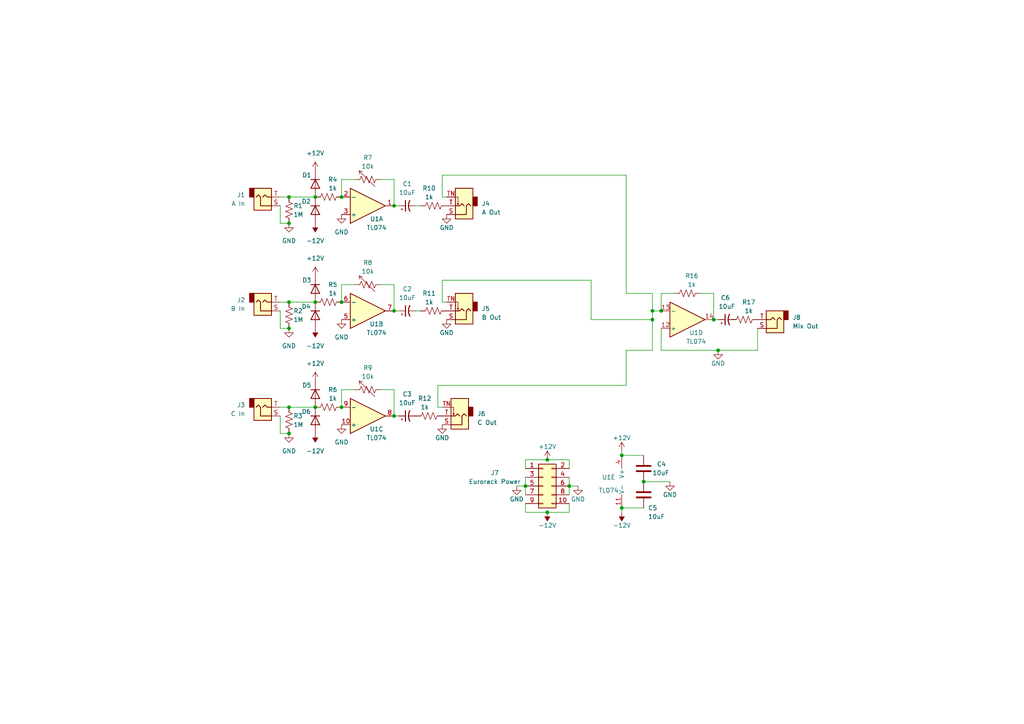
<source format=kicad_sch>
(kicad_sch (version 20211123) (generator eeschema)
  (paper "A4")
  (lib_symbols
    (symbol "Amplifier_Operational:TL074" (pin_names (offset 0.127))
      (property "Reference" "U" (at 0 5.08 0))
      (property "Value" "TL074" (at 0 -5.08 0))
      (symbol "TL074_1_1"
        (polyline (pts (xy -5.08 5.08) (xy 5.08 0) (xy -5.08 -5.08) (xy -5.08 5.08)) (stroke (width 0.254)) (fill (type background)))
        (pin output line (at 7.62 0 180) (length 2.54) (name "~") (number "1"))
        (pin input line (at -7.62 -2.54 0) (length 2.54) (name "-") (number "2"))
        (pin input line (at -7.62 2.54 0) (length 2.54) (name "+") (number "3"))
      )
      (symbol "TL074_2_1"
        (polyline (pts (xy -5.08 5.08) (xy 5.08 0) (xy -5.08 -5.08) (xy -5.08 5.08)) (stroke (width 0.254)) (fill (type background)))
        (pin input line (at -7.62 2.54 0) (length 2.54) (name "+") (number "5"))
        (pin input line (at -7.62 -2.54 0) (length 2.54) (name "-") (number "6"))
        (pin output line (at 7.62 0 180) (length 2.54) (name "~") (number "7"))
      )
      (symbol "TL074_3_1"
        (polyline (pts (xy -5.08 5.08) (xy 5.08 0) (xy -5.08 -5.08) (xy -5.08 5.08)) (stroke (width 0.254)) (fill (type background)))
        (pin input line (at -7.62 2.54 0) (length 2.54) (name "+") (number "10"))
        (pin output line (at 7.62 0 180) (length 2.54) (name "~") (number "8"))
        (pin input line (at -7.62 -2.54 0) (length 2.54) (name "-") (number "9"))
      )
      (symbol "TL074_4_1"
        (polyline (pts (xy -5.08 5.08) (xy 5.08 0) (xy -5.08 -5.08) (xy -5.08 5.08)) (stroke (width 0.254)) (fill (type background)))
        (pin input line (at -7.62 2.54 0) (length 2.54) (name "+") (number "12"))
        (pin input line (at -7.62 -2.54 0) (length 2.54) (name "-") (number "13"))
        (pin output line (at 7.62 0 180) (length 2.54) (name "~") (number "14"))
      )
      (symbol "TL074_5_1"
        (pin power_in line (at -2.54 -7.62 90) (length 3.81) (name "V-") (number "11"))
        (pin power_in line (at -2.54 7.62 270) (length 3.81) (name "V+") (number "4"))
      )
    )
    (symbol "Connector:AudioJack2"
      (property "Reference" "J" (at 0 8.89 0))
      (property "Value" "AudioJack2" (at 0 6.35 0))
      (symbol "AudioJack2_0_1"
        (rectangle (start -3.81 0) (end -2.54 -2.54) (stroke (width 0.254)) (fill (type outline)))
        (rectangle (start -2.54 3.81) (end 2.54 -2.54) (stroke (width 0.254)) (fill (type background)))
        (polyline (pts (xy 0 0) (xy 0.635 -0.635) (xy 1.27 0) (xy 2.54 0)) (stroke (width 0.254)))
        (polyline (pts (xy 2.54 2.54) (xy -0.635 2.54) (xy -0.635 0) (xy -1.27 -0.635) (xy -1.905 0)) (stroke (width 0.254)))
      )
      (symbol "AudioJack2_1_1"
        (pin passive line (at 5.08 2.54 180) (length 2.54) (name "~") (number "S"))
        (pin passive line (at 5.08 0 180) (length 2.54) (name "~") (number "T"))
      )
    )
    (symbol "Connector:AudioJack2_SwitchT"
      (property "Reference" "J" (at 0 8.89 0))
      (property "Value" "AudioJack2_SwitchT" (at 0 6.35 0))
      (symbol "AudioJack2_SwitchT_0_1"
        (rectangle (start -2.54 0) (end -3.81 -2.54) (stroke (width 0.254)) (fill (type outline)))
        (polyline (pts (xy 1.778 -0.254) (xy 2.032 -0.762)))
        (polyline (pts (xy 0 0) (xy 0.635 -0.635) (xy 1.27 0) (xy 2.54 0)) (stroke (width 0.254)))
        (polyline (pts (xy 2.54 -2.54) (xy 1.778 -2.54) (xy 1.778 -0.254) (xy 1.524 -0.762)))
        (polyline (pts (xy 2.54 2.54) (xy -0.635 2.54) (xy -0.635 0) (xy -1.27 -0.635) (xy -1.905 0)) (stroke (width 0.254)))
        (rectangle (start 2.54 3.81) (end -2.54 -5.08) (stroke (width 0.254)) (fill (type background)))
      )
      (symbol "AudioJack2_SwitchT_1_1"
        (pin passive line (at 5.08 2.54 180) (length 2.54) (name "~") (number "S"))
        (pin passive line (at 5.08 0 180) (length 2.54) (name "~") (number "T"))
        (pin passive line (at 5.08 -2.54 180) (length 2.54) (name "~") (number "TN"))
      )
    )
    (symbol "Connector_Generic:Conn_02x05_Odd_Even" (pin_names (offset 1.016) hide)
      (property "Reference" "J" (at 1.27 7.62 0))
      (property "Value" "Conn_02x05_Odd_Even" (at 1.27 -7.62 0))
      (symbol "Conn_02x05_Odd_Even_1_1"
        (rectangle (start -1.27 -4.953) (end 0 -5.207) (stroke (width 0.1524)))
        (rectangle (start -1.27 -2.413) (end 0 -2.667) (stroke (width 0.1524)))
        (rectangle (start -1.27 0.127) (end 0 -0.127) (stroke (width 0.1524)))
        (rectangle (start -1.27 2.667) (end 0 2.413) (stroke (width 0.1524)))
        (rectangle (start -1.27 5.207) (end 0 4.953) (stroke (width 0.1524)))
        (rectangle (start -1.27 6.35) (end 3.81 -6.35) (stroke (width 0.254)) (fill (type background)))
        (rectangle (start 3.81 -4.953) (end 2.54 -5.207) (stroke (width 0.1524)))
        (rectangle (start 3.81 -2.413) (end 2.54 -2.667) (stroke (width 0.1524)))
        (rectangle (start 3.81 0.127) (end 2.54 -0.127) (stroke (width 0.1524)))
        (rectangle (start 3.81 2.667) (end 2.54 2.413) (stroke (width 0.1524)))
        (rectangle (start 3.81 5.207) (end 2.54 4.953) (stroke (width 0.1524)))
        (pin passive line (at -5.08 5.08 0) (length 3.81) (name "Pin_1") (number "1"))
        (pin passive line (at 7.62 -5.08 180) (length 3.81) (name "Pin_10") (number "10"))
        (pin passive line (at 7.62 5.08 180) (length 3.81) (name "Pin_2") (number "2"))
        (pin passive line (at -5.08 2.54 0) (length 3.81) (name "Pin_3") (number "3"))
        (pin passive line (at 7.62 2.54 180) (length 3.81) (name "Pin_4") (number "4"))
        (pin passive line (at -5.08 0 0) (length 3.81) (name "Pin_5") (number "5"))
        (pin passive line (at 7.62 0 180) (length 3.81) (name "Pin_6") (number "6"))
        (pin passive line (at -5.08 -2.54 0) (length 3.81) (name "Pin_7") (number "7"))
        (pin passive line (at 7.62 -2.54 180) (length 3.81) (name "Pin_8") (number "8"))
        (pin passive line (at -5.08 -5.08 0) (length 3.81) (name "Pin_9") (number "9"))
      )
    )
    (symbol "Device:C" (pin_numbers hide) (pin_names (offset 0.254))
      (property "Reference" "C" (at 0.635 2.54 0))
      (property "Value" "C" (at 0.635 -2.54 0))
      (symbol "C_0_1"
        (polyline (pts (xy -2.032 -0.762) (xy 2.032 -0.762)) (stroke (width 0.508)))
        (polyline (pts (xy -2.032 0.762) (xy 2.032 0.762)) (stroke (width 0.508)))
      )
      (symbol "C_1_1"
        (pin passive line (at 0 3.81 270) (length 2.794) (name "~") (number "1"))
        (pin passive line (at 0 -3.81 90) (length 2.794) (name "~") (number "2"))
      )
    )
    (symbol "Device:C_Polarized_Small_US" (pin_numbers hide) (pin_names (offset 0.254) hide)
      (property "Reference" "C" (at 0.254 1.778 0))
      (property "Value" "C_Polarized_Small_US" (at 0.254 -2.032 0))
      (symbol "C_Polarized_Small_US_0_1"
        (polyline (pts (xy -1.524 0.508) (xy 1.524 0.508)) (stroke (width 0.3048)))
        (polyline (pts (xy -1.27 1.524) (xy -0.762 1.524)))
        (polyline (pts (xy -1.016 1.27) (xy -1.016 1.778)))
        (arc (start 1.524 -0.762) (mid 0 -0.3734) (end -1.524 -0.762) (stroke (width 0.3048)))
      )
      (symbol "C_Polarized_Small_US_1_1"
        (pin passive line (at 0 2.54 270) (length 2.032) (name "~") (number "1"))
        (pin passive line (at 0 -2.54 90) (length 2.032) (name "~") (number "2"))
      )
    )
    (symbol "Device:D" (pin_numbers hide) (pin_names (offset 1.016) hide)
      (property "Reference" "D" (at 0 2.54 0))
      (property "Value" "D" (at 0 -2.54 0))
      (symbol "D_0_1"
        (polyline (pts (xy -1.27 1.27) (xy -1.27 -1.27)) (stroke (width 0.254)))
        (polyline (pts (xy 1.27 0) (xy -1.27 0)))
        (polyline (pts (xy 1.27 1.27) (xy 1.27 -1.27) (xy -1.27 0) (xy 1.27 1.27)) (stroke (width 0.254)))
      )
      (symbol "D_1_1"
        (pin passive line (at -3.81 0 0) (length 2.54) (name "K") (number "1"))
        (pin passive line (at 3.81 0 180) (length 2.54) (name "A") (number "2"))
      )
    )
    (symbol "Device:R_US" (pin_numbers hide) (pin_names (offset 0))
      (property "Reference" "R" (at 2.54 0 90))
      (property "Value" "R_US" (at -2.54 0 90))
      (symbol "R_US_0_1"
        (polyline (pts (xy 0 -2.286) (xy 0 -2.54)))
        (polyline (pts (xy 0 2.286) (xy 0 2.54)))
        (polyline (pts (xy 0 -0.762) (xy 1.016 -1.143) (xy 0 -1.524) (xy -1.016 -1.905) (xy 0 -2.286)))
        (polyline (pts (xy 0 0.762) (xy 1.016 0.381) (xy 0 0) (xy -1.016 -0.381) (xy 0 -0.762)))
        (polyline (pts (xy 0 2.286) (xy 1.016 1.905) (xy 0 1.524) (xy -1.016 1.143) (xy 0 0.762)))
      )
      (symbol "R_US_1_1"
        (pin passive line (at 0 3.81 270) (length 1.27) (name "~") (number "1"))
        (pin passive line (at 0 -3.81 90) (length 1.27) (name "~") (number "2"))
      )
    )
    (symbol "Device:R_Variable_US" (pin_numbers hide) (pin_names (offset 0))
      (property "Reference" "R" (at 2.54 -2.54 90))
      (property "Value" "R_Variable_US" (at -2.54 -1.27 90))
      (symbol "R_Variable_US_0_1"
        (polyline (pts (xy 0 -2.286) (xy 0 -2.54)))
        (polyline (pts (xy 0 2.286) (xy 0 2.54)))
        (polyline (pts (xy 0 -0.762) (xy 1.016 -1.143) (xy 0 -1.524) (xy -1.016 -1.905) (xy 0 -2.286)))
        (polyline (pts (xy 0 0.762) (xy 1.016 0.381) (xy 0 0) (xy -1.016 -0.381) (xy 0 -0.762)))
        (polyline (pts (xy 0 2.286) (xy 1.016 1.905) (xy 0 1.524) (xy -1.016 1.143) (xy 0 0.762)) (stroke (width 0.1524)))
        (polyline (pts (xy 2.286 1.524) (xy 2.54 2.54) (xy 1.524 2.286) (xy 2.54 2.54) (xy -2.032 -2.032)) (stroke (width 0.1524)))
      )
      (symbol "R_Variable_US_1_1"
        (pin passive line (at 0 3.81 270) (length 1.27) (name "~") (number "1"))
        (pin passive line (at 0 -3.81 90) (length 1.27) (name "~") (number "2"))
      )
    )
    (symbol "power:+12V" (power) (pin_names (offset 0))
      (property "Value" "+12V" (at 0 3.556 0))
      (symbol "+12V_0_1"
        (polyline (pts (xy -0.762 1.27) (xy 0 2.54)))
        (polyline (pts (xy 0 0) (xy 0 2.54)))
        (polyline (pts (xy 0 2.54) (xy 0.762 1.27)))
      )
      (symbol "+12V_1_1"
        (pin power_in line (at 0 0 90) (length 0) hide (name "+12V") (number "1"))
      )
    )
    (symbol "power:-12V" (power) (pin_names (offset 0))
      (property "Value" "-12V" (at 0 3.81 0))
      (symbol "-12V_0_0"
        (pin power_in line (at 0 0 90) (length 0) hide (name "-12V") (number "1"))
      )
      (symbol "-12V_0_1"
        (polyline (pts (xy 0 0) (xy 0 1.27) (xy 0.762 1.27) (xy 0 2.54) (xy -0.762 1.27) (xy 0 1.27)) (fill (type outline)))
      )
    )
    (symbol "power:GND" (power) (pin_names (offset 0))
      (property "Value" "GND" (at 0 -3.81 0))
      (symbol "GND_0_1"
        (polyline (pts (xy 0 0) (xy 0 -1.27) (xy 1.27 -1.27) (xy 0 -2.54) (xy -1.27 -1.27) (xy 0 -1.27)))
      )
      (symbol "GND_1_1"
        (pin power_in line (at 0 0 270) (length 0) hide (name "GND") (number "1"))
      )
    )
  )
  (junction (at 91.44 87.63))
  (junction (at 158.75 148.59))
  (junction (at 180.34 132.08))
  (junction (at 114.3 120.65))
  (junction (at 186.69 139.7))
  (junction (at 165.1 140.97))
  (junction (at 91.44 118.11))
  (junction (at 83.82 95.25))
  (junction (at 114.3 90.17))
  (junction (at 208.28 101.6))
  (junction (at 83.82 64.77))
  (junction (at 83.82 57.15))
  (junction (at 191.77 90.17))
  (junction (at 158.75 133.35))
  (junction (at 180.34 147.32))
  (junction (at 91.44 57.15))
  (junction (at 99.06 57.15))
  (junction (at 152.4 140.97))
  (junction (at 99.06 87.63))
  (junction (at 207.01 92.71))
  (junction (at 99.06 118.11))
  (junction (at 189.23 92.71))
  (junction (at 189.23 90.17))
  (junction (at 83.82 125.73))
  (junction (at 114.3 59.69))
  (junction (at 83.82 118.11))
  (junction (at 83.82 87.63))
  (wire (pts (xy 152.4 146.05) (xy 152.4 148.59)))
  (wire (pts (xy 128.27 57.15) (xy 128.27 50.8)))
  (wire (pts (xy 121.92 59.69) (xy 120.65 59.69)))
  (wire (pts (xy 208.28 92.71) (xy 207.01 92.71)))
  (wire (pts (xy 128.27 50.8) (xy 181.61 50.8)))
  (wire (pts (xy 81.28 95.25) (xy 83.82 95.25)))
  (wire (pts (xy 152.4 140.97) (xy 152.4 143.51)))
  (wire (pts (xy 81.28 90.17) (xy 81.28 95.25)))
  (wire (pts (xy 165.1 138.43) (xy 165.1 140.97)))
  (wire (pts (xy 152.4 138.43) (xy 152.4 140.97)))
  (wire (pts (xy 128.27 81.28) (xy 171.45 81.28)))
  (wire (pts (xy 191.77 85.09) (xy 191.77 90.17)))
  (wire (pts (xy 191.77 95.25) (xy 191.77 101.6)))
  (wire (pts (xy 158.75 133.35) (xy 165.1 133.35)))
  (wire (pts (xy 114.3 90.17) (xy 114.3 82.55)))
  (wire (pts (xy 128.27 87.63) (xy 128.27 81.28)))
  (wire (pts (xy 127 111.76) (xy 181.61 111.76)))
  (wire (pts (xy 158.75 148.59) (xy 165.1 148.59)))
  (wire (pts (xy 99.06 52.07) (xy 99.06 57.15)))
  (wire (pts (xy 99.06 113.03) (xy 99.06 118.11)))
  (wire (pts (xy 152.4 148.59) (xy 158.75 148.59)))
  (wire (pts (xy 189.23 85.09) (xy 189.23 90.17)))
  (wire (pts (xy 128.27 57.15) (xy 129.54 57.15)))
  (wire (pts (xy 189.23 92.71) (xy 189.23 101.6)))
  (wire (pts (xy 81.28 87.63) (xy 83.82 87.63)))
  (wire (pts (xy 167.64 140.97) (xy 165.1 140.97)))
  (wire (pts (xy 213.36 92.71) (xy 212.09 92.71)))
  (wire (pts (xy 180.34 130.81) (xy 180.34 132.08)))
  (wire (pts (xy 81.28 118.11) (xy 83.82 118.11)))
  (wire (pts (xy 219.71 95.25) (xy 219.71 101.6)))
  (wire (pts (xy 127 118.11) (xy 127 111.76)))
  (wire (pts (xy 191.77 101.6) (xy 208.28 101.6)))
  (wire (pts (xy 102.87 113.03) (xy 99.06 113.03)))
  (wire (pts (xy 181.61 85.09) (xy 181.61 50.8)))
  (wire (pts (xy 114.3 82.55) (xy 110.49 82.55)))
  (wire (pts (xy 115.57 120.65) (xy 114.3 120.65)))
  (wire (pts (xy 219.71 101.6) (xy 208.28 101.6)))
  (wire (pts (xy 189.23 90.17) (xy 189.23 92.71)))
  (wire (pts (xy 81.28 59.69) (xy 81.28 64.77)))
  (wire (pts (xy 121.92 90.17) (xy 120.65 90.17)))
  (wire (pts (xy 171.45 81.28) (xy 171.45 92.71)))
  (wire (pts (xy 165.1 140.97) (xy 165.1 143.51)))
  (wire (pts (xy 186.69 139.7) (xy 194.31 139.7)))
  (wire (pts (xy 171.45 92.71) (xy 189.23 92.71)))
  (wire (pts (xy 115.57 59.69) (xy 114.3 59.69)))
  (wire (pts (xy 152.4 133.35) (xy 158.75 133.35)))
  (wire (pts (xy 114.3 52.07) (xy 110.49 52.07)))
  (wire (pts (xy 181.61 101.6) (xy 189.23 101.6)))
  (wire (pts (xy 189.23 90.17) (xy 191.77 90.17)))
  (wire (pts (xy 165.1 133.35) (xy 165.1 135.89)))
  (wire (pts (xy 181.61 85.09) (xy 189.23 85.09)))
  (wire (pts (xy 149.86 140.97) (xy 152.4 140.97)))
  (wire (pts (xy 83.82 57.15) (xy 91.44 57.15)))
  (wire (pts (xy 102.87 82.55) (xy 99.06 82.55)))
  (wire (pts (xy 114.3 59.69) (xy 114.3 52.07)))
  (wire (pts (xy 180.34 147.32) (xy 186.69 147.32)))
  (wire (pts (xy 81.28 57.15) (xy 83.82 57.15)))
  (wire (pts (xy 128.27 87.63) (xy 129.54 87.63)))
  (wire (pts (xy 195.58 85.09) (xy 191.77 85.09)))
  (wire (pts (xy 81.28 125.73) (xy 83.82 125.73)))
  (wire (pts (xy 83.82 87.63) (xy 91.44 87.63)))
  (wire (pts (xy 99.06 82.55) (xy 99.06 87.63)))
  (wire (pts (xy 207.01 85.09) (xy 207.01 92.71)))
  (wire (pts (xy 165.1 148.59) (xy 165.1 146.05)))
  (wire (pts (xy 81.28 64.77) (xy 83.82 64.77)))
  (wire (pts (xy 181.61 111.76) (xy 181.61 101.6)))
  (wire (pts (xy 203.2 85.09) (xy 207.01 85.09)))
  (wire (pts (xy 180.34 132.08) (xy 186.69 132.08)))
  (wire (pts (xy 180.34 147.32) (xy 180.34 148.59)))
  (wire (pts (xy 152.4 135.89) (xy 152.4 133.35)))
  (wire (pts (xy 114.3 120.65) (xy 114.3 113.03)))
  (wire (pts (xy 127 118.11) (xy 128.27 118.11)))
  (wire (pts (xy 114.3 113.03) (xy 110.49 113.03)))
  (wire (pts (xy 102.87 52.07) (xy 99.06 52.07)))
  (wire (pts (xy 81.28 120.65) (xy 81.28 125.73)))
  (wire (pts (xy 115.57 90.17) (xy 114.3 90.17)))
  (wire (pts (xy 83.82 118.11) (xy 91.44 118.11)))
  (symbol (lib_id "Connector:AudioJack2") (at 76.2 87.63 0) (mirror x) (unit 1)
    (property "Reference" "J2" (at 71.12 86.9949 0) (effects (justify right)))
    (property "Value" "B In" (at 71.12 89.5349 0) (effects (justify right)))
    (property "Footprint" "Connector_Audio:Jack_3.5mm_QingPu_WQP-PJ398SM_Vertical_CircularHoles" (effects hide))
  )
  (symbol (lib_id "Connector:AudioJack2") (at 76.2 57.15 0) (mirror x) (unit 1)
    (property "Reference" "J1" (at 71.12 56.5149 0) (effects (justify right)))
    (property "Value" "A In" (at 71.12 59.0549 0) (effects (justify right)))
    (property "Footprint" "Connector_Audio:Jack_3.5mm_QingPu_WQP-PJ398SM_Vertical_CircularHoles" (effects hide))
  )
  (symbol (lib_id "Device:C_Polarized_Small_US") (at 118.11 90.17 90) (unit 1)
    (property "Reference" "C2" (at 118.11 83.82 90))
    (property "Value" "10uF" (at 118.11 86.36 90))
    (property "Footprint" "Capacitor_THT:CP_Radial_D4.0mm_P1.50mm" (effects hide))
  )
  (symbol (lib_id "power:+12V") (at 158.75 133.35 0) (unit 1)
    (property "Reference" "#PWR0125" (effects hide))
    (property "Value" "+12V" (at 158.75 129.54 0))
  )
  (symbol (lib_id "Amplifier_Operational:TL074") (at 106.68 90.17 0) (mirror x) (unit 2)
    (property "Reference" "U1" (at 109.22 93.98 0))
    (property "Value" "TL074" (at 109.22 96.52 0))
    (property "Footprint" "Package_DIP:DIP-14_W7.62mm" (effects hide))
    (property "Datasheet" "http://www.ti.com/lit/ds/symlink/tl071.pdf" (effects hide))
  )
  (symbol (lib_id "Device:D") (at 91.44 91.44 270) (unit 1)
    (property "Reference" "D4" (at 90.17 88.9 90) (effects (justify right)))
    (property "Value" "D" (effects hide))
    (property "Footprint" "Diode_THT:D_A-405_P7.62mm_Horizontal" (effects hide))
  )
  (symbol (lib_id "power:+12V") (at 91.44 80.01 0) (unit 1)
    (property "Reference" "#PWR0108" (effects hide))
    (property "Value" "+12V" (at 91.44 74.93 0))
  )
  (symbol (lib_id "Amplifier_Operational:TL074") (at 106.68 59.69 0) (mirror x) (unit 1)
    (property "Reference" "U1" (at 109.22 63.5 0))
    (property "Value" "TL074" (at 109.22 66.04 0))
    (property "Footprint" "Package_DIP:DIP-14_W7.62mm" (effects hide))
    (property "Datasheet" "http://www.ti.com/lit/ds/symlink/tl071.pdf" (effects hide))
  )
  (symbol (lib_id "Connector:AudioJack2") (at 76.2 118.11 0) (mirror x) (unit 1)
    (property "Reference" "J3" (at 71.12 117.4749 0) (effects (justify right)))
    (property "Value" "C In" (at 71.12 120.0149 0) (effects (justify right)))
    (property "Footprint" "Connector_Audio:Jack_3.5mm_QingPu_WQP-PJ398SM_Vertical_CircularHoles" (effects hide))
  )
  (symbol (lib_id "power:GND") (at 99.06 123.19 0) (unit 1)
    (property "Reference" "#PWR0103" (effects hide))
    (property "Value" "GND" (at 99.06 128.27 0))
  )
  (symbol (lib_id "power:GND") (at 129.54 62.23 0) (unit 1)
    (property "Reference" "#PWR0106" (effects hide))
    (property "Value" "GND" (at 129.54 66.04 0))
  )
  (symbol (lib_id "power:GND") (at 99.06 62.23 0) (unit 1)
    (property "Reference" "#PWR0110" (effects hide))
    (property "Value" "GND" (at 99.06 67.31 0))
  )
  (symbol (lib_id "Device:C") (at 186.69 143.51 180) (unit 1)
    (property "Reference" "C5" (at 187.96 147.32 0) (effects (justify right)))
    (property "Value" "10uF" (at 187.96 149.86 0) (effects (justify right)))
    (property "Footprint" "Capacitor_THT:C_Rect_L10.0mm_W2.5mm_P7.50mm_MKS4" (effects hide))
  )
  (symbol (lib_id "Connector:AudioJack2_SwitchT") (at 134.62 59.69 180) (unit 1)
    (property "Reference" "J4" (at 139.7 59.0549 0) (effects (justify right)))
    (property "Value" "A Out" (at 139.7 61.5949 0) (effects (justify right)))
    (property "Footprint" "Connector_Audio:Jack_3.5mm_QingPu_WQP-PJ398SM_Vertical_CircularHoles" (effects hide))
  )
  (symbol (lib_id "Device:R_US") (at 83.82 121.92 180) (unit 1)
    (property "Reference" "R3" (at 85.09 120.65 0) (effects (justify right)))
    (property "Value" "1M" (at 85.09 123.19 0) (effects (justify right)))
    (property "Footprint" "Resistor_THT:R_Axial_DIN0204_L3.6mm_D1.6mm_P1.90mm_Vertical" (effects hide))
  )
  (symbol (lib_id "power:GND") (at 194.31 139.7 0) (unit 1)
    (property "Reference" "#PWR0117" (effects hide))
    (property "Value" "GND" (at 194.31 143.51 0))
  )
  (symbol (lib_id "Device:R_US") (at 125.73 59.69 90) (unit 1)
    (property "Reference" "R10" (at 124.46 54.61 90))
    (property "Value" "1k" (at 124.46 57.15 90))
    (property "Footprint" "Resistor_THT:R_Axial_DIN0204_L3.6mm_D1.6mm_P1.90mm_Vertical" (effects hide))
  )
  (symbol (lib_id "Device:R_US") (at 95.25 87.63 90) (unit 1)
    (property "Reference" "R5" (at 96.52 82.55 90))
    (property "Value" "1k" (at 96.52 85.09 90))
    (property "Footprint" "Resistor_THT:R_Axial_DIN0204_L3.6mm_D1.6mm_P1.90mm_Vertical" (effects hide))
  )
  (symbol (lib_id "power:GND") (at 128.27 123.19 0) (unit 1)
    (property "Reference" "#PWR0104" (effects hide))
    (property "Value" "GND" (at 128.27 127 0))
  )
  (symbol (lib_id "Device:R_US") (at 199.39 85.09 90) (unit 1)
    (property "Reference" "R16" (at 200.66 80.01 90))
    (property "Value" "1k" (at 200.66 82.55 90))
    (property "Footprint" "Resistor_THT:R_Axial_DIN0204_L3.6mm_D1.6mm_P1.90mm_Vertical" (effects hide))
  )
  (symbol (lib_id "power:-12V") (at 91.44 64.77 0) (mirror x) (unit 1)
    (property "Reference" "#PWR0109" (effects hide))
    (property "Value" "-12V" (at 91.44 69.85 0))
  )
  (symbol (lib_id "power:GND") (at 83.82 64.77 0) (unit 1)
    (property "Reference" "#PWR0111" (effects hide))
    (property "Value" "GND" (at 83.82 69.85 0))
  )
  (symbol (lib_id "Device:C") (at 186.69 135.89 0) (unit 1)
    (property "Reference" "C4" (at 190.5 134.62 0) (effects (justify left)))
    (property "Value" "10uF" (at 189.23 137.16 0) (effects (justify left)))
    (property "Footprint" "Capacitor_THT:C_Rect_L10.0mm_W2.5mm_P7.50mm_MKS4" (effects hide))
  )
  (symbol (lib_id "power:GND") (at 83.82 125.73 0) (unit 1)
    (property "Reference" "#PWR0114" (effects hide))
    (property "Value" "GND" (at 83.82 130.81 0))
  )
  (symbol (lib_id "Device:R_US") (at 95.25 118.11 90) (unit 1)
    (property "Reference" "R6" (at 96.52 113.03 90))
    (property "Value" "1k" (at 96.52 115.57 90))
    (property "Footprint" "Resistor_THT:R_Axial_DIN0204_L3.6mm_D1.6mm_P1.90mm_Vertical" (effects hide))
  )
  (symbol (lib_id "Device:R_US") (at 215.9 92.71 90) (unit 1)
    (property "Reference" "R17" (at 217.17 87.63 90))
    (property "Value" "1k" (at 217.17 90.17 90))
    (property "Footprint" "Resistor_THT:R_Axial_DIN0204_L3.6mm_D1.6mm_P1.90mm_Vertical" (effects hide))
  )
  (symbol (lib_id "Device:R_Variable_US") (at 106.68 113.03 90) (unit 1)
    (property "Reference" "R9" (at 106.68 106.68 90))
    (property "Value" "10k" (at 106.68 109.22 90))
    (property "Footprint" "Potentiometer_THT:Potentiometer_Alps_RK09L_Single_Vertical" (effects hide))
  )
  (symbol (lib_id "Connector:AudioJack2_SwitchT") (at 134.62 90.17 180) (unit 1)
    (property "Reference" "J5" (at 139.7 89.5349 0) (effects (justify right)))
    (property "Value" "B Out" (at 139.7 92.0749 0) (effects (justify right)))
    (property "Footprint" "Connector_Audio:Jack_3.5mm_QingPu_WQP-PJ398SM_Vertical_CircularHoles" (effects hide))
  )
  (symbol (lib_id "Device:D") (at 91.44 121.92 270) (unit 1)
    (property "Reference" "D6" (at 90.17 119.38 90) (effects (justify right)))
    (property "Value" "D" (effects hide))
    (property "Footprint" "Diode_THT:D_A-405_P7.62mm_Horizontal" (effects hide))
  )
  (symbol (lib_id "power:-12V") (at 91.44 95.25 0) (mirror x) (unit 1)
    (property "Reference" "#PWR0116" (effects hide))
    (property "Value" "-12V" (at 91.44 100.33 0))
  )
  (symbol (lib_id "Amplifier_Operational:TL074") (at 199.39 92.71 0) (mirror x) (unit 4)
    (property "Reference" "U1" (at 201.93 96.52 0))
    (property "Value" "TL074" (at 201.93 99.06 0))
    (property "Footprint" "Package_DIP:DIP-14_W7.62mm" (effects hide))
    (property "Datasheet" "http://www.ti.com/lit/ds/symlink/tl071.pdf" (effects hide))
  )
  (symbol (lib_id "Device:R_US") (at 83.82 60.96 180) (unit 1)
    (property "Reference" "R1" (at 85.09 59.69 0) (effects (justify right)))
    (property "Value" "1M" (at 85.09 62.23 0) (effects (justify right)))
    (property "Footprint" "Resistor_THT:R_Axial_DIN0204_L3.6mm_D1.6mm_P1.90mm_Vertical" (effects hide))
  )
  (symbol (lib_id "power:+12V") (at 91.44 110.49 0) (unit 1)
    (property "Reference" "#PWR0113" (effects hide))
    (property "Value" "+12V" (at 91.44 105.41 0))
  )
  (symbol (lib_id "Device:R_US") (at 125.73 90.17 90) (unit 1)
    (property "Reference" "R11" (at 124.46 85.09 90))
    (property "Value" "1k" (at 124.46 87.63 90))
    (property "Footprint" "Resistor_THT:R_Axial_DIN0204_L3.6mm_D1.6mm_P1.90mm_Vertical" (effects hide))
  )
  (symbol (lib_id "Connector_Generic:Conn_02x05_Odd_Even") (at 157.48 140.97 0) (unit 1)
    (property "Reference" "J7" (at 143.51 137.16 0))
    (property "Value" "Eurorack Power" (at 143.51 139.7 0))
    (property "Footprint" "Connector_PinHeader_2.54mm:PinHeader_2x05_P2.54mm_Vertical" (effects hide))
  )
  (symbol (lib_id "Connector:AudioJack2") (at 224.79 92.71 180) (unit 1)
    (property "Reference" "J8" (at 229.87 92.0749 0) (effects (justify right)))
    (property "Value" "Mix Out" (at 229.87 94.6149 0) (effects (justify right)))
    (property "Footprint" "Connector_Audio:Jack_3.5mm_QingPu_WQP-PJ398SM_Vertical_CircularHoles" (effects hide))
  )
  (symbol (lib_id "Device:D") (at 91.44 60.96 270) (unit 1)
    (property "Reference" "D2" (at 90.17 58.42 90) (effects (justify right)))
    (property "Value" "D" (effects hide))
    (property "Footprint" "Diode_THT:D_A-405_P7.62mm_Horizontal" (effects hide))
  )
  (symbol (lib_id "power:-12V") (at 158.75 148.59 180) (unit 1)
    (property "Reference" "#PWR0119" (effects hide))
    (property "Value" "-12V" (at 158.75 152.4 0))
  )
  (symbol (lib_id "Device:R_US") (at 83.82 91.44 180) (unit 1)
    (property "Reference" "R2" (at 85.09 90.17 0) (effects (justify right)))
    (property "Value" "1M" (at 85.09 92.71 0) (effects (justify right)))
    (property "Footprint" "Resistor_THT:R_Axial_DIN0204_L3.6mm_D1.6mm_P1.90mm_Vertical" (effects hide))
  )
  (symbol (lib_id "power:GND") (at 129.54 92.71 0) (unit 1)
    (property "Reference" "#PWR0105" (effects hide))
    (property "Value" "GND" (at 129.54 96.52 0))
  )
  (symbol (lib_id "Amplifier_Operational:TL074") (at 106.68 120.65 0) (mirror x) (unit 3)
    (property "Reference" "U1" (at 109.22 124.46 0))
    (property "Value" "TL074" (at 109.22 127 0))
    (property "Footprint" "Package_DIP:DIP-14_W7.62mm" (effects hide))
    (property "Datasheet" "http://www.ti.com/lit/ds/symlink/tl071.pdf" (effects hide))
  )
  (symbol (lib_id "Device:R_Variable_US") (at 106.68 82.55 90) (unit 1)
    (property "Reference" "R8" (at 106.68 76.2 90))
    (property "Value" "10k" (at 106.68 78.74 90))
    (property "Footprint" "Potentiometer_THT:Potentiometer_Alps_RK09L_Single_Vertical" (effects hide))
  )
  (symbol (lib_id "power:+12V") (at 180.34 130.81 0) (unit 1)
    (property "Reference" "#PWR0122" (effects hide))
    (property "Value" "+12V" (at 180.34 127 0))
  )
  (symbol (lib_id "Device:R_US") (at 124.46 120.65 90) (unit 1)
    (property "Reference" "R12" (at 123.19 115.57 90))
    (property "Value" "1k" (at 123.19 118.11 90))
    (property "Footprint" "Resistor_THT:R_Axial_DIN0204_L3.6mm_D1.6mm_P1.90mm_Vertical" (effects hide))
  )
  (symbol (lib_id "Device:R_Variable_US") (at 106.68 52.07 90) (unit 1)
    (property "Reference" "R7" (at 106.68 45.72 90))
    (property "Value" "10k" (at 106.68 48.26 90))
    (property "Footprint" "Potentiometer_THT:Potentiometer_Alps_RK09L_Single_Vertical" (effects hide))
  )
  (symbol (lib_id "power:GND") (at 149.86 140.97 0) (unit 1)
    (property "Reference" "#PWR0126" (effects hide))
    (property "Value" "GND" (at 149.86 144.78 0))
  )
  (symbol (lib_id "power:GND") (at 83.82 95.25 0) (unit 1)
    (property "Reference" "#PWR0115" (effects hide))
    (property "Value" "GND" (at 83.82 100.33 0))
  )
  (symbol (lib_id "Device:D") (at 91.44 83.82 270) (unit 1)
    (property "Reference" "D3" (at 87.63 81.28 90) (effects (justify left)))
    (property "Value" "D" (effects hide))
    (property "Footprint" "Diode_THT:D_A-405_P7.62mm_Horizontal" (effects hide))
  )
  (symbol (lib_id "Device:C_Polarized_Small_US") (at 118.11 59.69 90) (unit 1)
    (property "Reference" "C1" (at 118.11 53.34 90))
    (property "Value" "10uF" (at 118.11 55.88 90))
    (property "Footprint" "Capacitor_THT:CP_Radial_D4.0mm_P1.50mm" (effects hide))
  )
  (symbol (lib_id "Device:D") (at 91.44 114.3 270) (unit 1)
    (property "Reference" "D5" (at 87.63 111.76 90) (effects (justify left)))
    (property "Value" "D" (effects hide))
    (property "Footprint" "Diode_THT:D_A-405_P7.62mm_Horizontal" (effects hide))
  )
  (symbol (lib_id "Device:C_Polarized_Small_US") (at 118.11 120.65 90) (unit 1)
    (property "Reference" "C3" (at 118.11 114.3 90))
    (property "Value" "10uF" (at 118.11 116.84 90))
    (property "Footprint" "Capacitor_THT:CP_Radial_D4.0mm_P1.50mm" (effects hide))
  )
  (symbol (lib_id "power:GND") (at 208.28 101.6 0) (unit 1)
    (property "Reference" "#PWR0112" (effects hide))
    (property "Value" "GND" (at 208.28 105.41 0))
  )
  (symbol (lib_id "Device:R_US") (at 95.25 57.15 90) (unit 1)
    (property "Reference" "R4" (at 96.52 52.07 90))
    (property "Value" "1k" (at 96.52 54.61 90))
    (property "Footprint" "Resistor_THT:R_Axial_DIN0204_L3.6mm_D1.6mm_P1.90mm_Vertical" (effects hide))
  )
  (symbol (lib_id "power:-12V") (at 91.44 125.73 0) (mirror x) (unit 1)
    (property "Reference" "#PWR0102" (effects hide))
    (property "Value" "-12V" (at 91.44 130.81 0))
  )
  (symbol (lib_id "power:GND") (at 167.64 140.97 0) (unit 1)
    (property "Reference" "#PWR0120" (effects hide))
    (property "Value" "GND" (at 167.64 144.78 0))
  )
  (symbol (lib_id "Connector:AudioJack2_SwitchT") (at 133.35 120.65 180) (unit 1)
    (property "Reference" "J6" (at 138.43 120.0149 0) (effects (justify right)))
    (property "Value" "C Out" (at 138.43 122.5549 0) (effects (justify right)))
    (property "Footprint" "Connector_Audio:Jack_3.5mm_QingPu_WQP-PJ398SM_Vertical_CircularHoles" (effects hide))
  )
  (symbol (lib_id "power:+12V") (at 91.44 49.53 0) (unit 1)
    (property "Reference" "#PWR0107" (effects hide))
    (property "Value" "+12V" (at 91.44 44.45 0))
  )
  (symbol (lib_id "Device:D") (at 91.44 53.34 270) (unit 1)
    (property "Reference" "D1" (at 87.63 50.8 90) (effects (justify left)))
    (property "Value" "D" (effects hide))
    (property "Footprint" "Diode_THT:D_A-405_P7.62mm_Horizontal" (effects hide))
  )
  (symbol (lib_id "power:-12V") (at 180.34 148.59 180) (unit 1)
    (property "Reference" "#PWR0121" (effects hide))
    (property "Value" "-12V" (at 180.34 152.4 0))
  )
  (symbol (lib_id "Device:C_Polarized_Small_US") (at 210.82 92.71 90) (unit 1)
    (property "Reference" "C6" (at 210.3882 86.36 90))
    (property "Value" "10uF" (at 210.82 88.9 90))
    (property "Footprint" "Capacitor_THT:CP_Radial_D4.0mm_P1.50mm" (effects hide))
  )
  (symbol (lib_id "power:GND") (at 99.06 92.71 0) (unit 1)
    (property "Reference" "#PWR0101" (effects hide))
    (property "Value" "GND" (at 99.06 97.79 0))
  )
  (symbol (lib_id "Amplifier_Operational:TL074") (at 182.88 139.7 0) (unit 5)
    (property "Reference" "U1" (at 176.53 138.43 0))
    (property "Value" "TL074" (at 176.53 142.24 0))
    (property "Footprint" "Package_DIP:DIP-14_W7.62mm" (effects hide))
    (property "Datasheet" "http://www.ti.com/lit/ds/symlink/tl071.pdf" (effects hide))
  )
)
</source>
